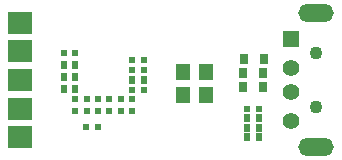
<source format=gbs>
G04*
G04 #@! TF.GenerationSoftware,Altium Limited,Altium Designer,23.8.1 (32)*
G04*
G04 Layer_Color=16711935*
%FSLAX44Y44*%
%MOMM*%
G71*
G04*
G04 #@! TF.SameCoordinates,C9A30DB4-BB40-4B38-85DC-7C9B31114FAE*
G04*
G04*
G04 #@! TF.FilePolarity,Negative*
G04*
G01*
G75*
%ADD25R,2.0508X1.8508*%
%ADD26R,0.5508X0.5508*%
%ADD33C,1.4200*%
%ADD34R,1.4200X1.4200*%
%ADD35C,1.1000*%
%ADD36O,3.0000X1.5000*%
%ADD48R,1.2341X1.4786*%
%ADD49R,0.6508X0.8508*%
%ADD50R,0.5508X0.6508*%
%ADD51R,0.5508X0.5508*%
D25*
X23998Y116649D02*
D03*
Y92399D02*
D03*
Y68149D02*
D03*
Y43899D02*
D03*
Y19649D02*
D03*
D26*
X89922Y51838D02*
D03*
Y41838D02*
D03*
X118780Y51838D02*
D03*
Y41838D02*
D03*
X109160D02*
D03*
Y51838D02*
D03*
X99541Y41838D02*
D03*
Y51838D02*
D03*
X80302Y41838D02*
D03*
Y51838D02*
D03*
X70683Y41838D02*
D03*
Y51838D02*
D03*
D33*
X253306Y33149D02*
D03*
Y58149D02*
D03*
Y78149D02*
D03*
D34*
Y103149D02*
D03*
D35*
X274306Y45649D02*
D03*
Y90649D02*
D03*
D36*
Y11149D02*
D03*
Y125149D02*
D03*
D48*
X162094Y55681D02*
D03*
X181419D02*
D03*
Y74937D02*
D03*
X162094D02*
D03*
D49*
X213363Y86019D02*
D03*
X230363D02*
D03*
X212339Y62595D02*
D03*
X229339D02*
D03*
Y73963D02*
D03*
X212339D02*
D03*
D50*
X215839Y19554D02*
D03*
X225839D02*
D03*
X118780Y68057D02*
D03*
X128780D02*
D03*
X60683Y80957D02*
D03*
X70683D02*
D03*
Y70873D02*
D03*
X60683D02*
D03*
Y60790D02*
D03*
X70683D02*
D03*
X215839Y36095D02*
D03*
X225839D02*
D03*
X215839Y27825D02*
D03*
X225839D02*
D03*
D51*
X128780Y59427D02*
D03*
X118780D02*
D03*
Y85317D02*
D03*
X128780D02*
D03*
X118780Y76687D02*
D03*
X128780D02*
D03*
X89922Y28512D02*
D03*
X79922D02*
D03*
X60683Y91040D02*
D03*
X70683D02*
D03*
X225839Y43866D02*
D03*
X215839D02*
D03*
M02*

</source>
